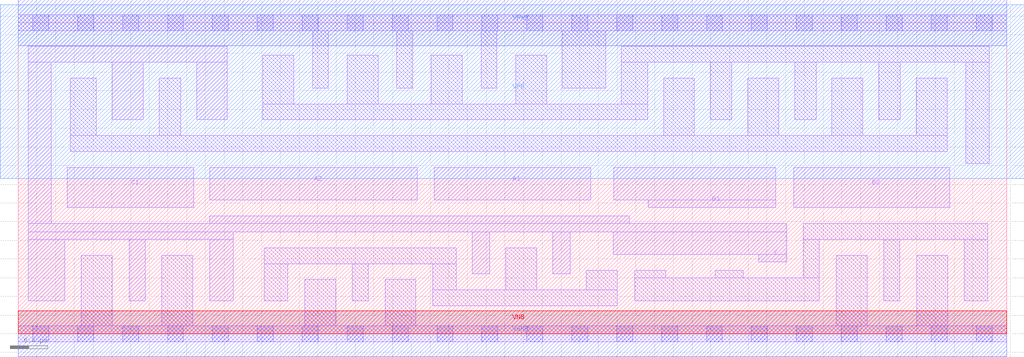
<source format=lef>
# Copyright 2020 The SkyWater PDK Authors
#
# Licensed under the Apache License, Version 2.0 (the "License");
# you may not use this file except in compliance with the License.
# You may obtain a copy of the License at
#
#     https://www.apache.org/licenses/LICENSE-2.0
#
# Unless required by applicable law or agreed to in writing, software
# distributed under the License is distributed on an "AS IS" BASIS,
# WITHOUT WARRANTIES OR CONDITIONS OF ANY KIND, either express or implied.
# See the License for the specific language governing permissions and
# limitations under the License.
#
# SPDX-License-Identifier: Apache-2.0

VERSION 5.7 ;
  NOWIREEXTENSIONATPIN ON ;
  DIVIDERCHAR "/" ;
  BUSBITCHARS "[]" ;
MACRO sky130_fd_sc_hs__a221oi_4
  CLASS CORE ;
  FOREIGN sky130_fd_sc_hs__a221oi_4 ;
  ORIGIN  0.000000  0.000000 ;
  SIZE  10.56000 BY  3.330000 ;
  SYMMETRY X Y ;
  SITE unit ;
  PIN A1
    ANTENNAGATEAREA  1.116000 ;
    DIRECTION INPUT ;
    USE SIGNAL ;
    PORT
      LAYER li1 ;
        RECT 4.445000 1.430000 6.115000 1.780000 ;
    END
  END A1
  PIN A2
    ANTENNAGATEAREA  1.116000 ;
    DIRECTION INPUT ;
    USE SIGNAL ;
    PORT
      LAYER li1 ;
        RECT 2.045000 1.430000 4.265000 1.780000 ;
    END
  END A2
  PIN B1
    ANTENNAGATEAREA  1.116000 ;
    DIRECTION INPUT ;
    USE SIGNAL ;
    PORT
      LAYER li1 ;
        RECT 6.365000 1.430000 8.095000 1.780000 ;
        RECT 6.730000 1.350000 8.095000 1.430000 ;
    END
  END B1
  PIN B2
    ANTENNAGATEAREA  1.116000 ;
    DIRECTION INPUT ;
    USE SIGNAL ;
    PORT
      LAYER li1 ;
        RECT 8.285000 1.350000 9.955000 1.780000 ;
    END
  END B2
  PIN C1
    ANTENNAGATEAREA  1.116000 ;
    DIRECTION INPUT ;
    USE SIGNAL ;
    PORT
      LAYER li1 ;
        RECT 0.525000 1.350000 1.875000 1.780000 ;
    END
  END C1
  PIN Y
    ANTENNADIFFAREA  2.380200 ;
    DIRECTION OUTPUT ;
    USE SIGNAL ;
    PORT
      LAYER li1 ;
        RECT 0.105000 0.350000 0.495000 1.010000 ;
        RECT 0.105000 1.010000 2.295000 1.090000 ;
        RECT 0.105000 1.090000 8.210000 1.180000 ;
        RECT 0.105000 1.180000 0.355000 2.905000 ;
        RECT 0.105000 2.905000 2.235000 3.075000 ;
        RECT 1.005000 2.290000 1.335000 2.905000 ;
        RECT 1.185000 0.350000 1.355000 1.010000 ;
        RECT 1.905000 2.290000 2.235000 2.905000 ;
        RECT 2.045000 0.350000 2.295000 1.010000 ;
        RECT 2.045000 1.180000 6.530000 1.260000 ;
        RECT 4.850000 0.640000 5.040000 1.090000 ;
        RECT 5.710000 0.640000 5.900000 1.090000 ;
        RECT 6.360000 0.850000 8.210000 1.090000 ;
        RECT 7.915000 0.770000 8.210000 0.850000 ;
    END
  END Y
  PIN VGND
    DIRECTION INOUT ;
    USE GROUND ;
    PORT
      LAYER met1 ;
        RECT 0.000000 -0.245000 10.560000 0.245000 ;
    END
  END VGND
  PIN VNB
    DIRECTION INOUT ;
    USE GROUND ;
    PORT
      LAYER pwell ;
        RECT 0.000000 0.000000 10.560000 0.245000 ;
    END
  END VNB
  PIN VPB
    DIRECTION INOUT ;
    USE POWER ;
    PORT
      LAYER nwell ;
        RECT -0.190000 1.660000 10.750000 3.520000 ;
    END
  END VPB
  PIN VPWR
    DIRECTION INOUT ;
    USE POWER ;
    PORT
      LAYER met1 ;
        RECT 0.000000 3.085000 10.560000 3.575000 ;
    END
  END VPWR
  OBS
    LAYER li1 ;
      RECT  0.000000 -0.085000 10.560000 0.085000 ;
      RECT  0.000000  3.245000 10.560000 3.415000 ;
      RECT  0.555000  1.950000  9.925000 2.120000 ;
      RECT  0.555000  2.120000  0.835000 2.735000 ;
      RECT  0.675000  0.085000  1.005000 0.840000 ;
      RECT  1.505000  2.120000  1.735000 2.735000 ;
      RECT  1.535000  0.085000  1.865000 0.840000 ;
      RECT  2.615000  2.290000  6.725000 2.460000 ;
      RECT  2.615000  2.460000  2.945000 2.980000 ;
      RECT  2.630000  0.350000  2.880000 0.750000 ;
      RECT  2.630000  0.750000  4.680000 0.920000 ;
      RECT  3.060000  0.085000  3.390000 0.580000 ;
      RECT  3.145000  2.630000  3.315000 3.245000 ;
      RECT  3.515000  2.460000  3.845000 2.980000 ;
      RECT  3.570000  0.350000  3.740000 0.750000 ;
      RECT  3.920000  0.085000  4.250000 0.580000 ;
      RECT  4.045000  2.630000  4.215000 3.245000 ;
      RECT  4.415000  2.460000  4.745000 2.980000 ;
      RECT  4.430000  0.300000  6.400000 0.470000 ;
      RECT  4.430000  0.470000  4.680000 0.750000 ;
      RECT  4.945000  2.630000  5.115000 3.245000 ;
      RECT  5.210000  0.470000  5.540000 0.920000 ;
      RECT  5.315000  2.460000  5.645000 2.980000 ;
      RECT  5.815000  2.630000  6.275000 3.245000 ;
      RECT  6.070000  0.470000  6.400000 0.680000 ;
      RECT  6.445000  2.460000  6.725000 2.905000 ;
      RECT  6.445000  2.905000 10.375000 3.075000 ;
      RECT  6.590000  0.350000  8.560000 0.600000 ;
      RECT  6.590000  0.600000  6.920000 0.680000 ;
      RECT  6.895000  2.120000  7.225000 2.735000 ;
      RECT  7.395000  2.290000  7.625000 2.905000 ;
      RECT  7.450000  0.600000  7.745000 0.680000 ;
      RECT  7.795000  2.120000  8.125000 2.735000 ;
      RECT  8.295000  2.290000  8.525000 2.905000 ;
      RECT  8.390000  0.600000  8.560000 1.010000 ;
      RECT  8.390000  1.010000 10.360000 1.180000 ;
      RECT  8.695000  2.120000  9.025000 2.735000 ;
      RECT  8.740000  0.085000  9.070000 0.840000 ;
      RECT  9.195000  2.290000  9.425000 2.905000 ;
      RECT  9.250000  0.350000  9.420000 1.010000 ;
      RECT  9.595000  2.120000  9.925000 2.735000 ;
      RECT  9.600000  0.085000  9.930000 0.840000 ;
      RECT 10.110000  0.350000 10.360000 1.010000 ;
      RECT 10.125000  1.820000 10.375000 2.905000 ;
    LAYER mcon ;
      RECT  0.155000 -0.085000  0.325000 0.085000 ;
      RECT  0.155000  3.245000  0.325000 3.415000 ;
      RECT  0.635000 -0.085000  0.805000 0.085000 ;
      RECT  0.635000  3.245000  0.805000 3.415000 ;
      RECT  1.115000 -0.085000  1.285000 0.085000 ;
      RECT  1.115000  3.245000  1.285000 3.415000 ;
      RECT  1.595000 -0.085000  1.765000 0.085000 ;
      RECT  1.595000  3.245000  1.765000 3.415000 ;
      RECT  2.075000 -0.085000  2.245000 0.085000 ;
      RECT  2.075000  3.245000  2.245000 3.415000 ;
      RECT  2.555000 -0.085000  2.725000 0.085000 ;
      RECT  2.555000  3.245000  2.725000 3.415000 ;
      RECT  3.035000 -0.085000  3.205000 0.085000 ;
      RECT  3.035000  3.245000  3.205000 3.415000 ;
      RECT  3.515000 -0.085000  3.685000 0.085000 ;
      RECT  3.515000  3.245000  3.685000 3.415000 ;
      RECT  3.995000 -0.085000  4.165000 0.085000 ;
      RECT  3.995000  3.245000  4.165000 3.415000 ;
      RECT  4.475000 -0.085000  4.645000 0.085000 ;
      RECT  4.475000  3.245000  4.645000 3.415000 ;
      RECT  4.955000 -0.085000  5.125000 0.085000 ;
      RECT  4.955000  3.245000  5.125000 3.415000 ;
      RECT  5.435000 -0.085000  5.605000 0.085000 ;
      RECT  5.435000  3.245000  5.605000 3.415000 ;
      RECT  5.915000 -0.085000  6.085000 0.085000 ;
      RECT  5.915000  3.245000  6.085000 3.415000 ;
      RECT  6.395000 -0.085000  6.565000 0.085000 ;
      RECT  6.395000  3.245000  6.565000 3.415000 ;
      RECT  6.875000 -0.085000  7.045000 0.085000 ;
      RECT  6.875000  3.245000  7.045000 3.415000 ;
      RECT  7.355000 -0.085000  7.525000 0.085000 ;
      RECT  7.355000  3.245000  7.525000 3.415000 ;
      RECT  7.835000 -0.085000  8.005000 0.085000 ;
      RECT  7.835000  3.245000  8.005000 3.415000 ;
      RECT  8.315000 -0.085000  8.485000 0.085000 ;
      RECT  8.315000  3.245000  8.485000 3.415000 ;
      RECT  8.795000 -0.085000  8.965000 0.085000 ;
      RECT  8.795000  3.245000  8.965000 3.415000 ;
      RECT  9.275000 -0.085000  9.445000 0.085000 ;
      RECT  9.275000  3.245000  9.445000 3.415000 ;
      RECT  9.755000 -0.085000  9.925000 0.085000 ;
      RECT  9.755000  3.245000  9.925000 3.415000 ;
      RECT 10.235000 -0.085000 10.405000 0.085000 ;
      RECT 10.235000  3.245000 10.405000 3.415000 ;
  END
END sky130_fd_sc_hs__a221oi_4
END LIBRARY

</source>
